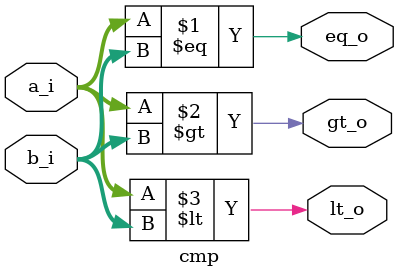
<source format=sv>
module cmp #(
    parameter integer DATAWIDTH = 32
) (
    input  wire [DATAWIDTH-1:0] a_i,
    input  wire [DATAWIDTH-1:0] b_i,
    output wire eq_o,
    output wire gt_o,
    output wire lt_o
);

    assign eq_o = a_i == b_i;
    assign gt_o = a_i > b_i;
    assign lt_o = a_i < b_i;

endmodule
</source>
